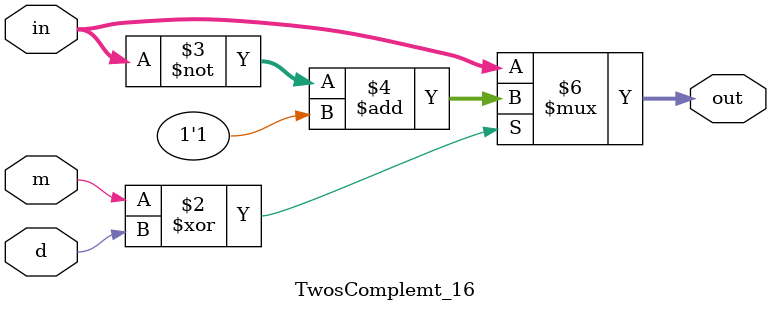
<source format=v>
`timescale 1ns / 1ps


module TwosComplemt_16(input wire [15:0] in,input m,d,output reg [15:0] out );
always @(*) begin
    if(m^d)
        out = ~in + 1'b1; // Two's complement: bitwise NOT + 1
    else 
        out =in;
end
endmodule

</source>
